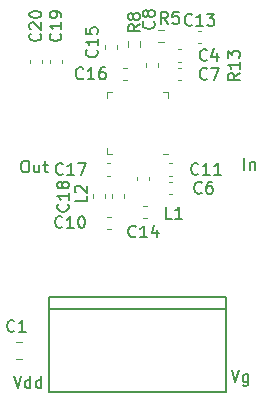
<source format=gbr>
%TF.GenerationSoftware,KiCad,Pcbnew,(6.0.5)*%
%TF.CreationDate,2025-03-15T15:53:08+01:00*%
%TF.ProjectId,PMA5-123-3W,504d4135-2d31-4323-932d-33572e6b6963,rev?*%
%TF.SameCoordinates,Original*%
%TF.FileFunction,Legend,Top*%
%TF.FilePolarity,Positive*%
%FSLAX46Y46*%
G04 Gerber Fmt 4.6, Leading zero omitted, Abs format (unit mm)*
G04 Created by KiCad (PCBNEW (6.0.5)) date 2025-03-15 15:53:08*
%MOMM*%
%LPD*%
G01*
G04 APERTURE LIST*
%ADD10C,0.150000*%
%ADD11C,0.120000*%
G04 APERTURE END LIST*
D10*
X178964285Y-71702380D02*
X179297619Y-72702380D01*
X179630952Y-71702380D01*
X180392857Y-72035714D02*
X180392857Y-72845238D01*
X180345238Y-72940476D01*
X180297619Y-72988095D01*
X180202380Y-73035714D01*
X180059523Y-73035714D01*
X179964285Y-72988095D01*
X180392857Y-72654761D02*
X180297619Y-72702380D01*
X180107142Y-72702380D01*
X180011904Y-72654761D01*
X179964285Y-72607142D01*
X179916666Y-72511904D01*
X179916666Y-72226190D01*
X179964285Y-72130952D01*
X180011904Y-72083333D01*
X180107142Y-72035714D01*
X180297619Y-72035714D01*
X180392857Y-72083333D01*
X160511904Y-72202380D02*
X160845238Y-73202380D01*
X161178571Y-72202380D01*
X161940476Y-73202380D02*
X161940476Y-72202380D01*
X161940476Y-73154761D02*
X161845238Y-73202380D01*
X161654761Y-73202380D01*
X161559523Y-73154761D01*
X161511904Y-73107142D01*
X161464285Y-73011904D01*
X161464285Y-72726190D01*
X161511904Y-72630952D01*
X161559523Y-72583333D01*
X161654761Y-72535714D01*
X161845238Y-72535714D01*
X161940476Y-72583333D01*
X162845238Y-73202380D02*
X162845238Y-72202380D01*
X162845238Y-73154761D02*
X162750000Y-73202380D01*
X162559523Y-73202380D01*
X162464285Y-73154761D01*
X162416666Y-73107142D01*
X162369047Y-73011904D01*
X162369047Y-72726190D01*
X162416666Y-72630952D01*
X162464285Y-72583333D01*
X162559523Y-72535714D01*
X162750000Y-72535714D01*
X162845238Y-72583333D01*
X161416666Y-53952380D02*
X161607142Y-53952380D01*
X161702380Y-54000000D01*
X161797619Y-54095238D01*
X161845238Y-54285714D01*
X161845238Y-54619047D01*
X161797619Y-54809523D01*
X161702380Y-54904761D01*
X161607142Y-54952380D01*
X161416666Y-54952380D01*
X161321428Y-54904761D01*
X161226190Y-54809523D01*
X161178571Y-54619047D01*
X161178571Y-54285714D01*
X161226190Y-54095238D01*
X161321428Y-54000000D01*
X161416666Y-53952380D01*
X162702380Y-54285714D02*
X162702380Y-54952380D01*
X162273809Y-54285714D02*
X162273809Y-54809523D01*
X162321428Y-54904761D01*
X162416666Y-54952380D01*
X162559523Y-54952380D01*
X162654761Y-54904761D01*
X162702380Y-54857142D01*
X163035714Y-54285714D02*
X163416666Y-54285714D01*
X163178571Y-53952380D02*
X163178571Y-54809523D01*
X163226190Y-54904761D01*
X163321428Y-54952380D01*
X163416666Y-54952380D01*
X180047619Y-54702380D02*
X180047619Y-53702380D01*
X180523809Y-54035714D02*
X180523809Y-54702380D01*
X180523809Y-54130952D02*
X180571428Y-54083333D01*
X180666666Y-54035714D01*
X180809523Y-54035714D01*
X180904761Y-54083333D01*
X180952380Y-54178571D01*
X180952380Y-54702380D01*
%TO.C,C16*%
X166407142Y-46969882D02*
X166359523Y-47017501D01*
X166216666Y-47065120D01*
X166121428Y-47065120D01*
X165978571Y-47017501D01*
X165883333Y-46922263D01*
X165835714Y-46827025D01*
X165788095Y-46636549D01*
X165788095Y-46493692D01*
X165835714Y-46303216D01*
X165883333Y-46207978D01*
X165978571Y-46112740D01*
X166121428Y-46065120D01*
X166216666Y-46065120D01*
X166359523Y-46112740D01*
X166407142Y-46160359D01*
X167359523Y-47065120D02*
X166788095Y-47065120D01*
X167073809Y-47065120D02*
X167073809Y-46065120D01*
X166978571Y-46207978D01*
X166883333Y-46303216D01*
X166788095Y-46350835D01*
X168216666Y-46065120D02*
X168026190Y-46065120D01*
X167930952Y-46112740D01*
X167883333Y-46160359D01*
X167788095Y-46303216D01*
X167740476Y-46493692D01*
X167740476Y-46874644D01*
X167788095Y-46969882D01*
X167835714Y-47017501D01*
X167930952Y-47065120D01*
X168121428Y-47065120D01*
X168216666Y-47017501D01*
X168264285Y-46969882D01*
X168311904Y-46874644D01*
X168311904Y-46636549D01*
X168264285Y-46541311D01*
X168216666Y-46493692D01*
X168121428Y-46446073D01*
X167930952Y-46446073D01*
X167835714Y-46493692D01*
X167788095Y-46541311D01*
X167740476Y-46636549D01*
%TO.C,C18*%
X165107142Y-57642857D02*
X165154761Y-57690476D01*
X165202380Y-57833333D01*
X165202380Y-57928571D01*
X165154761Y-58071428D01*
X165059523Y-58166666D01*
X164964285Y-58214285D01*
X164773809Y-58261904D01*
X164630952Y-58261904D01*
X164440476Y-58214285D01*
X164345238Y-58166666D01*
X164250000Y-58071428D01*
X164202380Y-57928571D01*
X164202380Y-57833333D01*
X164250000Y-57690476D01*
X164297619Y-57642857D01*
X165202380Y-56690476D02*
X165202380Y-57261904D01*
X165202380Y-56976190D02*
X164202380Y-56976190D01*
X164345238Y-57071428D01*
X164440476Y-57166666D01*
X164488095Y-57261904D01*
X164630952Y-56119047D02*
X164583333Y-56214285D01*
X164535714Y-56261904D01*
X164440476Y-56309523D01*
X164392857Y-56309523D01*
X164297619Y-56261904D01*
X164250000Y-56214285D01*
X164202380Y-56119047D01*
X164202380Y-55928571D01*
X164250000Y-55833333D01*
X164297619Y-55785714D01*
X164392857Y-55738095D01*
X164440476Y-55738095D01*
X164535714Y-55785714D01*
X164583333Y-55833333D01*
X164630952Y-55928571D01*
X164630952Y-56119047D01*
X164678571Y-56214285D01*
X164726190Y-56261904D01*
X164821428Y-56309523D01*
X165011904Y-56309523D01*
X165107142Y-56261904D01*
X165154761Y-56214285D01*
X165202380Y-56119047D01*
X165202380Y-55928571D01*
X165154761Y-55833333D01*
X165107142Y-55785714D01*
X165011904Y-55738095D01*
X164821428Y-55738095D01*
X164726190Y-55785714D01*
X164678571Y-55833333D01*
X164630952Y-55928571D01*
%TO.C,C13*%
X175607142Y-42427142D02*
X175559523Y-42474761D01*
X175416666Y-42522380D01*
X175321428Y-42522380D01*
X175178571Y-42474761D01*
X175083333Y-42379523D01*
X175035714Y-42284285D01*
X174988095Y-42093809D01*
X174988095Y-41950952D01*
X175035714Y-41760476D01*
X175083333Y-41665238D01*
X175178571Y-41570000D01*
X175321428Y-41522380D01*
X175416666Y-41522380D01*
X175559523Y-41570000D01*
X175607142Y-41617619D01*
X176559523Y-42522380D02*
X175988095Y-42522380D01*
X176273809Y-42522380D02*
X176273809Y-41522380D01*
X176178571Y-41665238D01*
X176083333Y-41760476D01*
X175988095Y-41808095D01*
X176892857Y-41522380D02*
X177511904Y-41522380D01*
X177178571Y-41903333D01*
X177321428Y-41903333D01*
X177416666Y-41950952D01*
X177464285Y-41998571D01*
X177511904Y-42093809D01*
X177511904Y-42331904D01*
X177464285Y-42427142D01*
X177416666Y-42474761D01*
X177321428Y-42522380D01*
X177035714Y-42522380D01*
X176940476Y-42474761D01*
X176892857Y-42427142D01*
%TO.C,C19*%
X164457142Y-43192857D02*
X164504761Y-43240476D01*
X164552380Y-43383333D01*
X164552380Y-43478571D01*
X164504761Y-43621428D01*
X164409523Y-43716666D01*
X164314285Y-43764285D01*
X164123809Y-43811904D01*
X163980952Y-43811904D01*
X163790476Y-43764285D01*
X163695238Y-43716666D01*
X163600000Y-43621428D01*
X163552380Y-43478571D01*
X163552380Y-43383333D01*
X163600000Y-43240476D01*
X163647619Y-43192857D01*
X164552380Y-42240476D02*
X164552380Y-42811904D01*
X164552380Y-42526190D02*
X163552380Y-42526190D01*
X163695238Y-42621428D01*
X163790476Y-42716666D01*
X163838095Y-42811904D01*
X164552380Y-41764285D02*
X164552380Y-41573809D01*
X164504761Y-41478571D01*
X164457142Y-41430952D01*
X164314285Y-41335714D01*
X164123809Y-41288095D01*
X163742857Y-41288095D01*
X163647619Y-41335714D01*
X163600000Y-41383333D01*
X163552380Y-41478571D01*
X163552380Y-41669047D01*
X163600000Y-41764285D01*
X163647619Y-41811904D01*
X163742857Y-41859523D01*
X163980952Y-41859523D01*
X164076190Y-41811904D01*
X164123809Y-41764285D01*
X164171428Y-41669047D01*
X164171428Y-41478571D01*
X164123809Y-41383333D01*
X164076190Y-41335714D01*
X163980952Y-41288095D01*
%TO.C,L1*%
X173933333Y-58852380D02*
X173457142Y-58852380D01*
X173457142Y-57852380D01*
X174790476Y-58852380D02*
X174219047Y-58852380D01*
X174504761Y-58852380D02*
X174504761Y-57852380D01*
X174409523Y-57995238D01*
X174314285Y-58090476D01*
X174219047Y-58138095D01*
%TO.C,C6*%
X176433333Y-56657142D02*
X176385714Y-56704761D01*
X176242857Y-56752380D01*
X176147619Y-56752380D01*
X176004761Y-56704761D01*
X175909523Y-56609523D01*
X175861904Y-56514285D01*
X175814285Y-56323809D01*
X175814285Y-56180952D01*
X175861904Y-55990476D01*
X175909523Y-55895238D01*
X176004761Y-55800000D01*
X176147619Y-55752380D01*
X176242857Y-55752380D01*
X176385714Y-55800000D01*
X176433333Y-55847619D01*
X177290476Y-55752380D02*
X177100000Y-55752380D01*
X177004761Y-55800000D01*
X176957142Y-55847619D01*
X176861904Y-55990476D01*
X176814285Y-56180952D01*
X176814285Y-56561904D01*
X176861904Y-56657142D01*
X176909523Y-56704761D01*
X177004761Y-56752380D01*
X177195238Y-56752380D01*
X177290476Y-56704761D01*
X177338095Y-56657142D01*
X177385714Y-56561904D01*
X177385714Y-56323809D01*
X177338095Y-56228571D01*
X177290476Y-56180952D01*
X177195238Y-56133333D01*
X177004761Y-56133333D01*
X176909523Y-56180952D01*
X176861904Y-56228571D01*
X176814285Y-56323809D01*
%TO.C,R13*%
X179652380Y-46542857D02*
X179176190Y-46876190D01*
X179652380Y-47114285D02*
X178652380Y-47114285D01*
X178652380Y-46733333D01*
X178700000Y-46638095D01*
X178747619Y-46590476D01*
X178842857Y-46542857D01*
X178985714Y-46542857D01*
X179080952Y-46590476D01*
X179128571Y-46638095D01*
X179176190Y-46733333D01*
X179176190Y-47114285D01*
X179652380Y-45590476D02*
X179652380Y-46161904D01*
X179652380Y-45876190D02*
X178652380Y-45876190D01*
X178795238Y-45971428D01*
X178890476Y-46066666D01*
X178938095Y-46161904D01*
X178652380Y-45257142D02*
X178652380Y-44638095D01*
X179033333Y-44971428D01*
X179033333Y-44828571D01*
X179080952Y-44733333D01*
X179128571Y-44685714D01*
X179223809Y-44638095D01*
X179461904Y-44638095D01*
X179557142Y-44685714D01*
X179604761Y-44733333D01*
X179652380Y-44828571D01*
X179652380Y-45114285D01*
X179604761Y-45209523D01*
X179557142Y-45257142D01*
%TO.C,C14*%
X170857142Y-60357142D02*
X170809523Y-60404761D01*
X170666666Y-60452380D01*
X170571428Y-60452380D01*
X170428571Y-60404761D01*
X170333333Y-60309523D01*
X170285714Y-60214285D01*
X170238095Y-60023809D01*
X170238095Y-59880952D01*
X170285714Y-59690476D01*
X170333333Y-59595238D01*
X170428571Y-59500000D01*
X170571428Y-59452380D01*
X170666666Y-59452380D01*
X170809523Y-59500000D01*
X170857142Y-59547619D01*
X171809523Y-60452380D02*
X171238095Y-60452380D01*
X171523809Y-60452380D02*
X171523809Y-59452380D01*
X171428571Y-59595238D01*
X171333333Y-59690476D01*
X171238095Y-59738095D01*
X172666666Y-59785714D02*
X172666666Y-60452380D01*
X172428571Y-59404761D02*
X172190476Y-60119047D01*
X172809523Y-60119047D01*
%TO.C,C8*%
X172357142Y-42166666D02*
X172404761Y-42214285D01*
X172452380Y-42357142D01*
X172452380Y-42452380D01*
X172404761Y-42595238D01*
X172309523Y-42690476D01*
X172214285Y-42738095D01*
X172023809Y-42785714D01*
X171880952Y-42785714D01*
X171690476Y-42738095D01*
X171595238Y-42690476D01*
X171500000Y-42595238D01*
X171452380Y-42452380D01*
X171452380Y-42357142D01*
X171500000Y-42214285D01*
X171547619Y-42166666D01*
X171880952Y-41595238D02*
X171833333Y-41690476D01*
X171785714Y-41738095D01*
X171690476Y-41785714D01*
X171642857Y-41785714D01*
X171547619Y-41738095D01*
X171500000Y-41690476D01*
X171452380Y-41595238D01*
X171452380Y-41404761D01*
X171500000Y-41309523D01*
X171547619Y-41261904D01*
X171642857Y-41214285D01*
X171690476Y-41214285D01*
X171785714Y-41261904D01*
X171833333Y-41309523D01*
X171880952Y-41404761D01*
X171880952Y-41595238D01*
X171928571Y-41690476D01*
X171976190Y-41738095D01*
X172071428Y-41785714D01*
X172261904Y-41785714D01*
X172357142Y-41738095D01*
X172404761Y-41690476D01*
X172452380Y-41595238D01*
X172452380Y-41404761D01*
X172404761Y-41309523D01*
X172357142Y-41261904D01*
X172261904Y-41214285D01*
X172071428Y-41214285D01*
X171976190Y-41261904D01*
X171928571Y-41309523D01*
X171880952Y-41404761D01*
%TO.C,R5*%
X173583333Y-42352380D02*
X173250000Y-41876190D01*
X173011904Y-42352380D02*
X173011904Y-41352380D01*
X173392857Y-41352380D01*
X173488095Y-41400000D01*
X173535714Y-41447619D01*
X173583333Y-41542857D01*
X173583333Y-41685714D01*
X173535714Y-41780952D01*
X173488095Y-41828571D01*
X173392857Y-41876190D01*
X173011904Y-41876190D01*
X174488095Y-41352380D02*
X174011904Y-41352380D01*
X173964285Y-41828571D01*
X174011904Y-41780952D01*
X174107142Y-41733333D01*
X174345238Y-41733333D01*
X174440476Y-41780952D01*
X174488095Y-41828571D01*
X174535714Y-41923809D01*
X174535714Y-42161904D01*
X174488095Y-42257142D01*
X174440476Y-42304761D01*
X174345238Y-42352380D01*
X174107142Y-42352380D01*
X174011904Y-42304761D01*
X173964285Y-42257142D01*
%TO.C,C11*%
X176157142Y-55057142D02*
X176109523Y-55104761D01*
X175966666Y-55152380D01*
X175871428Y-55152380D01*
X175728571Y-55104761D01*
X175633333Y-55009523D01*
X175585714Y-54914285D01*
X175538095Y-54723809D01*
X175538095Y-54580952D01*
X175585714Y-54390476D01*
X175633333Y-54295238D01*
X175728571Y-54200000D01*
X175871428Y-54152380D01*
X175966666Y-54152380D01*
X176109523Y-54200000D01*
X176157142Y-54247619D01*
X177109523Y-55152380D02*
X176538095Y-55152380D01*
X176823809Y-55152380D02*
X176823809Y-54152380D01*
X176728571Y-54295238D01*
X176633333Y-54390476D01*
X176538095Y-54438095D01*
X178061904Y-55152380D02*
X177490476Y-55152380D01*
X177776190Y-55152380D02*
X177776190Y-54152380D01*
X177680952Y-54295238D01*
X177585714Y-54390476D01*
X177490476Y-54438095D01*
%TO.C,L2*%
X166702380Y-56916666D02*
X166702380Y-57392857D01*
X165702380Y-57392857D01*
X165797619Y-56630952D02*
X165750000Y-56583333D01*
X165702380Y-56488095D01*
X165702380Y-56250000D01*
X165750000Y-56154761D01*
X165797619Y-56107142D01*
X165892857Y-56059523D01*
X165988095Y-56059523D01*
X166130952Y-56107142D01*
X166702380Y-56678571D01*
X166702380Y-56059523D01*
%TO.C,C10*%
X164644642Y-59557142D02*
X164597023Y-59604761D01*
X164454166Y-59652380D01*
X164358928Y-59652380D01*
X164216071Y-59604761D01*
X164120833Y-59509523D01*
X164073214Y-59414285D01*
X164025595Y-59223809D01*
X164025595Y-59080952D01*
X164073214Y-58890476D01*
X164120833Y-58795238D01*
X164216071Y-58700000D01*
X164358928Y-58652380D01*
X164454166Y-58652380D01*
X164597023Y-58700000D01*
X164644642Y-58747619D01*
X165597023Y-59652380D02*
X165025595Y-59652380D01*
X165311309Y-59652380D02*
X165311309Y-58652380D01*
X165216071Y-58795238D01*
X165120833Y-58890476D01*
X165025595Y-58938095D01*
X166216071Y-58652380D02*
X166311309Y-58652380D01*
X166406547Y-58700000D01*
X166454166Y-58747619D01*
X166501785Y-58842857D01*
X166549404Y-59033333D01*
X166549404Y-59271428D01*
X166501785Y-59461904D01*
X166454166Y-59557142D01*
X166406547Y-59604761D01*
X166311309Y-59652380D01*
X166216071Y-59652380D01*
X166120833Y-59604761D01*
X166073214Y-59557142D01*
X166025595Y-59461904D01*
X165977976Y-59271428D01*
X165977976Y-59033333D01*
X166025595Y-58842857D01*
X166073214Y-58747619D01*
X166120833Y-58700000D01*
X166216071Y-58652380D01*
%TO.C,C7*%
X176883333Y-47007142D02*
X176835714Y-47054761D01*
X176692857Y-47102380D01*
X176597619Y-47102380D01*
X176454761Y-47054761D01*
X176359523Y-46959523D01*
X176311904Y-46864285D01*
X176264285Y-46673809D01*
X176264285Y-46530952D01*
X176311904Y-46340476D01*
X176359523Y-46245238D01*
X176454761Y-46150000D01*
X176597619Y-46102380D01*
X176692857Y-46102380D01*
X176835714Y-46150000D01*
X176883333Y-46197619D01*
X177216666Y-46102380D02*
X177883333Y-46102380D01*
X177454761Y-47102380D01*
%TO.C,C20*%
X162757142Y-43192857D02*
X162804761Y-43240476D01*
X162852380Y-43383333D01*
X162852380Y-43478571D01*
X162804761Y-43621428D01*
X162709523Y-43716666D01*
X162614285Y-43764285D01*
X162423809Y-43811904D01*
X162280952Y-43811904D01*
X162090476Y-43764285D01*
X161995238Y-43716666D01*
X161900000Y-43621428D01*
X161852380Y-43478571D01*
X161852380Y-43383333D01*
X161900000Y-43240476D01*
X161947619Y-43192857D01*
X161947619Y-42811904D02*
X161900000Y-42764285D01*
X161852380Y-42669047D01*
X161852380Y-42430952D01*
X161900000Y-42335714D01*
X161947619Y-42288095D01*
X162042857Y-42240476D01*
X162138095Y-42240476D01*
X162280952Y-42288095D01*
X162852380Y-42859523D01*
X162852380Y-42240476D01*
X161852380Y-41621428D02*
X161852380Y-41526190D01*
X161900000Y-41430952D01*
X161947619Y-41383333D01*
X162042857Y-41335714D01*
X162233333Y-41288095D01*
X162471428Y-41288095D01*
X162661904Y-41335714D01*
X162757142Y-41383333D01*
X162804761Y-41430952D01*
X162852380Y-41526190D01*
X162852380Y-41621428D01*
X162804761Y-41716666D01*
X162757142Y-41764285D01*
X162661904Y-41811904D01*
X162471428Y-41859523D01*
X162233333Y-41859523D01*
X162042857Y-41811904D01*
X161947619Y-41764285D01*
X161900000Y-41716666D01*
X161852380Y-41621428D01*
%TO.C,C4*%
X176883333Y-45407142D02*
X176835714Y-45454761D01*
X176692857Y-45502380D01*
X176597619Y-45502380D01*
X176454761Y-45454761D01*
X176359523Y-45359523D01*
X176311904Y-45264285D01*
X176264285Y-45073809D01*
X176264285Y-44930952D01*
X176311904Y-44740476D01*
X176359523Y-44645238D01*
X176454761Y-44550000D01*
X176597619Y-44502380D01*
X176692857Y-44502380D01*
X176835714Y-44550000D01*
X176883333Y-44597619D01*
X177740476Y-44835714D02*
X177740476Y-45502380D01*
X177502380Y-44454761D02*
X177264285Y-45169047D01*
X177883333Y-45169047D01*
%TO.C,C1*%
X160583333Y-68357142D02*
X160535714Y-68404761D01*
X160392857Y-68452380D01*
X160297619Y-68452380D01*
X160154761Y-68404761D01*
X160059523Y-68309523D01*
X160011904Y-68214285D01*
X159964285Y-68023809D01*
X159964285Y-67880952D01*
X160011904Y-67690476D01*
X160059523Y-67595238D01*
X160154761Y-67500000D01*
X160297619Y-67452380D01*
X160392857Y-67452380D01*
X160535714Y-67500000D01*
X160583333Y-67547619D01*
X161535714Y-68452380D02*
X160964285Y-68452380D01*
X161250000Y-68452380D02*
X161250000Y-67452380D01*
X161154761Y-67595238D01*
X161059523Y-67690476D01*
X160964285Y-67738095D01*
%TO.C,C15*%
X167539402Y-44570117D02*
X167587021Y-44617736D01*
X167634640Y-44760593D01*
X167634640Y-44855831D01*
X167587021Y-44998688D01*
X167491783Y-45093926D01*
X167396545Y-45141545D01*
X167206069Y-45189164D01*
X167063212Y-45189164D01*
X166872736Y-45141545D01*
X166777498Y-45093926D01*
X166682260Y-44998688D01*
X166634640Y-44855831D01*
X166634640Y-44760593D01*
X166682260Y-44617736D01*
X166729879Y-44570117D01*
X167634640Y-43617736D02*
X167634640Y-44189164D01*
X167634640Y-43903450D02*
X166634640Y-43903450D01*
X166777498Y-43998688D01*
X166872736Y-44093926D01*
X166920355Y-44189164D01*
X166634640Y-42712974D02*
X166634640Y-43189164D01*
X167110831Y-43236783D01*
X167063212Y-43189164D01*
X167015593Y-43093926D01*
X167015593Y-42855831D01*
X167063212Y-42760593D01*
X167110831Y-42712974D01*
X167206069Y-42665355D01*
X167444164Y-42665355D01*
X167539402Y-42712974D01*
X167587021Y-42760593D01*
X167634640Y-42855831D01*
X167634640Y-43093926D01*
X167587021Y-43189164D01*
X167539402Y-43236783D01*
%TO.C,R8*%
X171202380Y-42416666D02*
X170726190Y-42750000D01*
X171202380Y-42988095D02*
X170202380Y-42988095D01*
X170202380Y-42607142D01*
X170250000Y-42511904D01*
X170297619Y-42464285D01*
X170392857Y-42416666D01*
X170535714Y-42416666D01*
X170630952Y-42464285D01*
X170678571Y-42511904D01*
X170726190Y-42607142D01*
X170726190Y-42988095D01*
X170630952Y-41845238D02*
X170583333Y-41940476D01*
X170535714Y-41988095D01*
X170440476Y-42035714D01*
X170392857Y-42035714D01*
X170297619Y-41988095D01*
X170250000Y-41940476D01*
X170202380Y-41845238D01*
X170202380Y-41654761D01*
X170250000Y-41559523D01*
X170297619Y-41511904D01*
X170392857Y-41464285D01*
X170440476Y-41464285D01*
X170535714Y-41511904D01*
X170583333Y-41559523D01*
X170630952Y-41654761D01*
X170630952Y-41845238D01*
X170678571Y-41940476D01*
X170726190Y-41988095D01*
X170821428Y-42035714D01*
X171011904Y-42035714D01*
X171107142Y-41988095D01*
X171154761Y-41940476D01*
X171202380Y-41845238D01*
X171202380Y-41654761D01*
X171154761Y-41559523D01*
X171107142Y-41511904D01*
X171011904Y-41464285D01*
X170821428Y-41464285D01*
X170726190Y-41511904D01*
X170678571Y-41559523D01*
X170630952Y-41654761D01*
%TO.C,C17*%
X164682142Y-55057142D02*
X164634523Y-55104761D01*
X164491666Y-55152380D01*
X164396428Y-55152380D01*
X164253571Y-55104761D01*
X164158333Y-55009523D01*
X164110714Y-54914285D01*
X164063095Y-54723809D01*
X164063095Y-54580952D01*
X164110714Y-54390476D01*
X164158333Y-54295238D01*
X164253571Y-54200000D01*
X164396428Y-54152380D01*
X164491666Y-54152380D01*
X164634523Y-54200000D01*
X164682142Y-54247619D01*
X165634523Y-55152380D02*
X165063095Y-55152380D01*
X165348809Y-55152380D02*
X165348809Y-54152380D01*
X165253571Y-54295238D01*
X165158333Y-54390476D01*
X165063095Y-54438095D01*
X165967857Y-54152380D02*
X166634523Y-54152380D01*
X166205952Y-55152380D01*
D11*
%TO.C,C16*%
X170090580Y-46102740D02*
X169809420Y-46102740D01*
X170090580Y-47122740D02*
X169809420Y-47122740D01*
%TO.C,U4*%
X173135000Y-53360000D02*
X173610000Y-53360000D01*
X168865000Y-48140000D02*
X168390000Y-48140000D01*
X173135000Y-48140000D02*
X173610000Y-48140000D01*
X168390000Y-53360000D02*
X168390000Y-52885000D01*
X168865000Y-53360000D02*
X168390000Y-53360000D01*
X168390000Y-48140000D02*
X168390000Y-48615000D01*
X173610000Y-48140000D02*
X173610000Y-48615000D01*
%TO.C,C18*%
X168285000Y-56809420D02*
X168285000Y-57090580D01*
X167265000Y-56809420D02*
X167265000Y-57090580D01*
%TO.C,C13*%
X176109420Y-44010000D02*
X176390580Y-44010000D01*
X176109420Y-42990000D02*
X176390580Y-42990000D01*
%TO.C,C19*%
X163590000Y-45690580D02*
X163590000Y-45409420D01*
X164610000Y-45690580D02*
X164610000Y-45409420D01*
%TO.C,L1*%
X171787779Y-58810000D02*
X171462221Y-58810000D01*
X171787779Y-57790000D02*
X171462221Y-57790000D01*
%TO.C,C6*%
X173659420Y-55790000D02*
X173940580Y-55790000D01*
X173659420Y-56810000D02*
X173940580Y-56810000D01*
%TO.C,C14*%
X172010000Y-55309420D02*
X172010000Y-55590580D01*
X170990000Y-55309420D02*
X170990000Y-55590580D01*
%TO.C,C8*%
X171727740Y-46003320D02*
X171727740Y-45722160D01*
X172747740Y-46003320D02*
X172747740Y-45722160D01*
%TO.C,R5*%
X173224998Y-43922500D02*
X172750482Y-43922500D01*
X173224998Y-42877500D02*
X172750482Y-42877500D01*
%TO.C,C11*%
X173659420Y-54190000D02*
X173940580Y-54190000D01*
X173659420Y-55210000D02*
X173940580Y-55210000D01*
%TO.C,L2*%
X169860000Y-57100279D02*
X169860000Y-56774721D01*
X168840000Y-57100279D02*
X168840000Y-56774721D01*
D10*
%TO.C,J1*%
X178500000Y-73500000D02*
X163500000Y-73500000D01*
X163500000Y-73500000D02*
X163500000Y-65500000D01*
X178500000Y-65500000D02*
X178500000Y-73500000D01*
X178500000Y-65500000D02*
X163500000Y-65500000D01*
X178500000Y-66500000D02*
X163500000Y-66500000D01*
D11*
%TO.C,C10*%
X168740580Y-58702500D02*
X168459420Y-58702500D01*
X168740580Y-59722500D02*
X168459420Y-59722500D01*
%TO.C,C7*%
X174409420Y-46140000D02*
X174690580Y-46140000D01*
X174409420Y-47160000D02*
X174690580Y-47160000D01*
%TO.C,C20*%
X161890000Y-45690580D02*
X161890000Y-45409420D01*
X162910000Y-45690580D02*
X162910000Y-45409420D01*
%TO.C,C4*%
X174409420Y-44540000D02*
X174690580Y-44540000D01*
X174409420Y-45560000D02*
X174690580Y-45560000D01*
%TO.C,C1*%
X161261252Y-69265000D02*
X160738748Y-69265000D01*
X161261252Y-70735000D02*
X160738748Y-70735000D01*
%TO.C,C15*%
X169280000Y-44199420D02*
X169280000Y-44480580D01*
X168260000Y-44199420D02*
X168260000Y-44480580D01*
%TO.C,R8*%
X170177500Y-44337258D02*
X170177500Y-43862742D01*
X171222500Y-44337258D02*
X171222500Y-43862742D01*
%TO.C,C17*%
X168715580Y-54190000D02*
X168434420Y-54190000D01*
X168715580Y-55210000D02*
X168434420Y-55210000D01*
%TD*%
M02*

</source>
